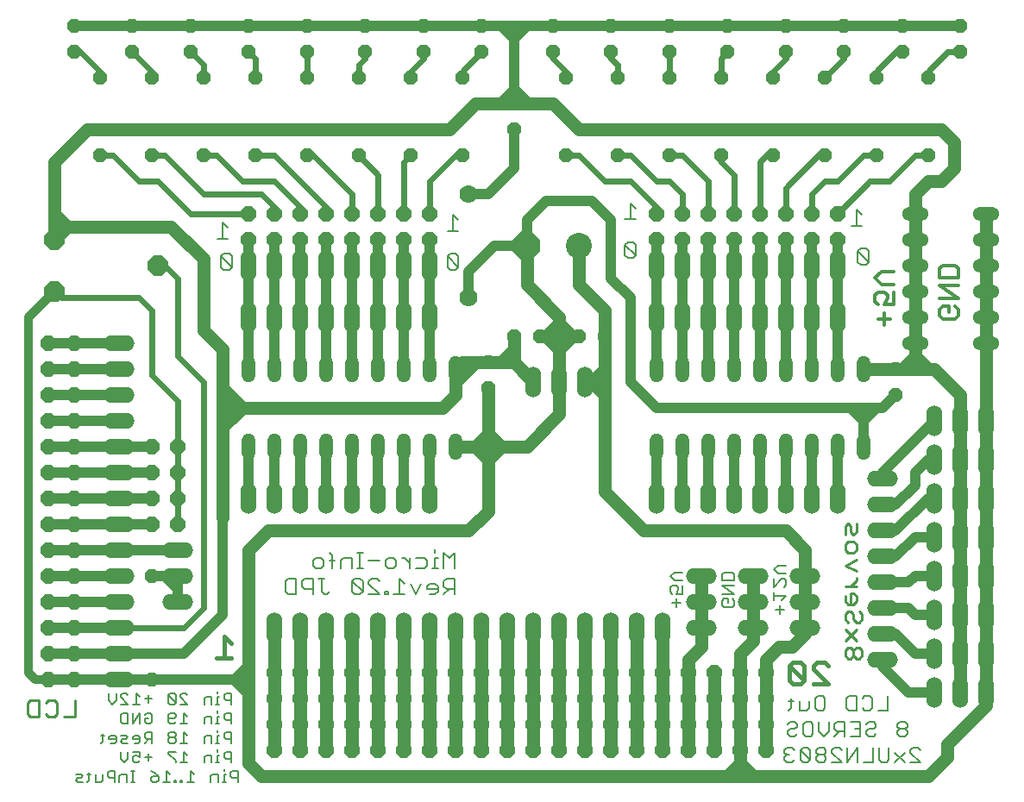
<source format=gbr>
G75*
G70*
%OFA0B0*%
%FSLAX24Y24*%
%IPPOS*%
%LPD*%
%AMOC8*
5,1,8,0,0,1.08239X$1,22.5*
%
%ADD10C,0.0150*%
%ADD11C,0.0080*%
%ADD12C,0.0130*%
%ADD13C,0.0070*%
%ADD14C,0.0110*%
%ADD15OC8,0.0600*%
%ADD16O,0.0600X0.1200*%
%ADD17OC8,0.0520*%
%ADD18O,0.0520X0.1040*%
%ADD19C,0.0700*%
%ADD20O,0.1200X0.0600*%
%ADD21OC8,0.0780*%
%ADD22C,0.1000*%
%ADD23OC8,0.1000*%
%ADD24O,0.1040X0.0520*%
%ADD25C,0.0500*%
%ADD26C,0.0400*%
%ADD27C,0.0320*%
%ADD28C,0.0240*%
D10*
X010619Y007663D02*
X011186Y007663D01*
X010902Y007663D02*
X010902Y008514D01*
X011186Y008230D01*
X032744Y007372D02*
X032744Y006805D01*
X032886Y006663D01*
X033169Y006663D01*
X033311Y006805D01*
X032744Y007372D01*
X032886Y007514D01*
X033169Y007514D01*
X033311Y007372D01*
X033311Y006805D01*
X033665Y006663D02*
X034232Y006663D01*
X033665Y007230D01*
X033665Y007372D01*
X033806Y007514D01*
X034090Y007514D01*
X034232Y007372D01*
D11*
X005231Y003018D02*
X005160Y002948D01*
X005231Y002878D01*
X005441Y002878D01*
X005371Y003018D02*
X005441Y003088D01*
X005371Y003159D01*
X005160Y003159D01*
X005231Y003018D02*
X005371Y003018D01*
X005607Y002878D02*
X005678Y002948D01*
X005678Y003229D01*
X005748Y003159D02*
X005607Y003159D01*
X005928Y003159D02*
X005928Y002878D01*
X006138Y002878D01*
X006208Y002948D01*
X006208Y003159D01*
X006388Y003229D02*
X006388Y003088D01*
X006458Y003018D01*
X006668Y003018D01*
X006668Y002878D02*
X006668Y003299D01*
X006458Y003299D01*
X006388Y003229D01*
X006848Y003088D02*
X006848Y002878D01*
X006848Y003088D02*
X006919Y003159D01*
X007129Y003159D01*
X007129Y002878D01*
X007295Y002878D02*
X007436Y002878D01*
X007366Y002878D02*
X007366Y003299D01*
X007436Y003299D02*
X007295Y003299D01*
X007436Y003628D02*
X007576Y003628D01*
X007646Y003698D01*
X007646Y003838D02*
X007506Y003909D01*
X007436Y003909D01*
X007366Y003838D01*
X007366Y003698D01*
X007436Y003628D01*
X007186Y003768D02*
X007186Y004049D01*
X007366Y004049D02*
X007646Y004049D01*
X007646Y003838D01*
X007826Y003838D02*
X008106Y003838D01*
X007966Y003698D02*
X007966Y003979D01*
X007826Y004378D02*
X007966Y004518D01*
X007896Y004518D02*
X008106Y004518D01*
X008106Y004378D02*
X008106Y004799D01*
X007896Y004799D01*
X007826Y004729D01*
X007826Y004588D01*
X007896Y004518D01*
X007646Y004518D02*
X007366Y004518D01*
X007366Y004588D01*
X007436Y004659D01*
X007576Y004659D01*
X007646Y004588D01*
X007646Y004448D01*
X007576Y004378D01*
X007436Y004378D01*
X007186Y004378D02*
X006975Y004378D01*
X006905Y004448D01*
X006975Y004518D01*
X007115Y004518D01*
X007186Y004588D01*
X007115Y004659D01*
X006905Y004659D01*
X006725Y004588D02*
X006725Y004448D01*
X006655Y004378D01*
X006515Y004378D01*
X006445Y004518D02*
X006725Y004518D01*
X006725Y004588D02*
X006655Y004659D01*
X006515Y004659D01*
X006445Y004588D01*
X006445Y004518D01*
X006265Y004659D02*
X006125Y004659D01*
X006195Y004729D02*
X006195Y004448D01*
X006125Y004378D01*
X006905Y004049D02*
X006905Y003768D01*
X007045Y003628D01*
X007186Y003768D01*
X008076Y003299D02*
X008216Y003229D01*
X008356Y003088D01*
X008146Y003088D01*
X008076Y003018D01*
X008076Y002948D01*
X008146Y002878D01*
X008286Y002878D01*
X008356Y002948D01*
X008356Y003088D01*
X008536Y002878D02*
X008817Y002878D01*
X008676Y002878D02*
X008676Y003299D01*
X008817Y003159D01*
X008977Y002948D02*
X008977Y002878D01*
X009047Y002878D01*
X009047Y002948D01*
X008977Y002948D01*
X009207Y002948D02*
X009207Y002878D01*
X009277Y002878D01*
X009277Y002948D01*
X009207Y002948D01*
X009457Y002878D02*
X009737Y002878D01*
X009597Y002878D02*
X009597Y003299D01*
X009737Y003159D01*
X009487Y003628D02*
X009207Y003628D01*
X009347Y003628D02*
X009347Y004049D01*
X009487Y003909D01*
X009487Y004378D02*
X009207Y004378D01*
X009347Y004378D02*
X009347Y004799D01*
X009487Y004659D01*
X009027Y004659D02*
X009027Y004729D01*
X008957Y004799D01*
X008817Y004799D01*
X008747Y004729D01*
X008747Y004659D01*
X008817Y004588D01*
X008957Y004588D01*
X009027Y004659D01*
X008957Y004588D02*
X009027Y004518D01*
X009027Y004448D01*
X008957Y004378D01*
X008817Y004378D01*
X008747Y004448D01*
X008747Y004518D01*
X008817Y004588D01*
X008817Y005128D02*
X008747Y005198D01*
X008747Y005479D01*
X008817Y005549D01*
X008957Y005549D01*
X009027Y005479D01*
X009027Y005409D01*
X008957Y005338D01*
X008747Y005338D01*
X008817Y005128D02*
X008957Y005128D01*
X009027Y005198D01*
X009207Y005128D02*
X009487Y005128D01*
X009347Y005128D02*
X009347Y005549D01*
X009487Y005409D01*
X010128Y005338D02*
X010128Y005128D01*
X010128Y005338D02*
X010198Y005409D01*
X010408Y005409D01*
X010408Y005128D01*
X010575Y005128D02*
X010715Y005128D01*
X010645Y005128D02*
X010645Y005409D01*
X010715Y005409D01*
X010645Y005549D02*
X010645Y005619D01*
X010645Y005878D02*
X010645Y006159D01*
X010715Y006159D01*
X010645Y006299D02*
X010645Y006369D01*
X010895Y006229D02*
X010895Y006088D01*
X010965Y006018D01*
X011175Y006018D01*
X011175Y005878D02*
X011175Y006299D01*
X010965Y006299D01*
X010895Y006229D01*
X010715Y005878D02*
X010575Y005878D01*
X010408Y005878D02*
X010408Y006159D01*
X010198Y006159D01*
X010128Y006088D01*
X010128Y005878D01*
X009487Y005878D02*
X009207Y006159D01*
X009207Y006229D01*
X009277Y006299D01*
X009417Y006299D01*
X009487Y006229D01*
X009487Y005878D02*
X009207Y005878D01*
X009027Y005948D02*
X008747Y006229D01*
X008747Y005948D01*
X008817Y005878D01*
X008957Y005878D01*
X009027Y005948D01*
X009027Y006229D01*
X008957Y006299D01*
X008817Y006299D01*
X008747Y006229D01*
X008106Y006088D02*
X007826Y006088D01*
X007646Y006159D02*
X007506Y006299D01*
X007506Y005878D01*
X007646Y005878D02*
X007366Y005878D01*
X007186Y005878D02*
X006905Y006159D01*
X006905Y006229D01*
X006975Y006299D01*
X007115Y006299D01*
X007186Y006229D01*
X007186Y005878D02*
X006905Y005878D01*
X006725Y006018D02*
X006725Y006299D01*
X006445Y006299D02*
X006445Y006018D01*
X006585Y005878D01*
X006725Y006018D01*
X006975Y005549D02*
X007186Y005549D01*
X007186Y005128D01*
X006975Y005128D01*
X006905Y005198D01*
X006905Y005479D01*
X006975Y005549D01*
X007366Y005549D02*
X007366Y005128D01*
X007646Y005549D01*
X007646Y005128D01*
X007826Y005198D02*
X007826Y005338D01*
X007966Y005338D01*
X007826Y005198D02*
X007896Y005128D01*
X008036Y005128D01*
X008106Y005198D01*
X008106Y005479D01*
X008036Y005549D01*
X007896Y005549D01*
X007826Y005479D01*
X007966Y005948D02*
X007966Y006229D01*
X010128Y004588D02*
X010128Y004378D01*
X010128Y004588D02*
X010198Y004659D01*
X010408Y004659D01*
X010408Y004378D01*
X010575Y004378D02*
X010715Y004378D01*
X010645Y004378D02*
X010645Y004659D01*
X010715Y004659D01*
X010645Y004799D02*
X010645Y004869D01*
X010895Y004729D02*
X010895Y004588D01*
X010965Y004518D01*
X011175Y004518D01*
X011175Y004378D02*
X011175Y004799D01*
X010965Y004799D01*
X010895Y004729D01*
X011175Y005128D02*
X011175Y005549D01*
X010965Y005549D01*
X010895Y005479D01*
X010895Y005338D01*
X010965Y005268D01*
X011175Y005268D01*
X011175Y004049D02*
X010965Y004049D01*
X010895Y003979D01*
X010895Y003838D01*
X010965Y003768D01*
X011175Y003768D01*
X011175Y003628D02*
X011175Y004049D01*
X010715Y003909D02*
X010645Y003909D01*
X010645Y003628D01*
X010715Y003628D02*
X010575Y003628D01*
X010408Y003628D02*
X010408Y003909D01*
X010198Y003909D01*
X010128Y003838D01*
X010128Y003628D01*
X010448Y003159D02*
X010378Y003088D01*
X010378Y002878D01*
X010658Y002878D02*
X010658Y003159D01*
X010448Y003159D01*
X010895Y003159D02*
X010895Y002878D01*
X010965Y002878D02*
X010825Y002878D01*
X010895Y003159D02*
X010965Y003159D01*
X010895Y003299D02*
X010895Y003369D01*
X011145Y003229D02*
X011145Y003088D01*
X011215Y003018D01*
X011425Y003018D01*
X011425Y002878D02*
X011425Y003299D01*
X011215Y003299D01*
X011145Y003229D01*
X010645Y004049D02*
X010645Y004119D01*
X009027Y004049D02*
X008747Y004049D01*
X008747Y003979D01*
X009027Y003698D01*
X009027Y003628D01*
X013367Y010128D02*
X013264Y010232D01*
X013264Y010645D01*
X013367Y010749D01*
X013677Y010749D01*
X013677Y010128D01*
X013367Y010128D01*
X013908Y010439D02*
X014012Y010335D01*
X014322Y010335D01*
X014322Y010128D02*
X014322Y010749D01*
X014012Y010749D01*
X013908Y010645D01*
X013908Y010439D01*
X014553Y010749D02*
X014759Y010749D01*
X014656Y010749D02*
X014656Y010232D01*
X014759Y010128D01*
X014863Y010128D01*
X014966Y010232D01*
X015842Y010232D02*
X015945Y010128D01*
X016152Y010128D01*
X016255Y010232D01*
X015842Y010645D01*
X015842Y010232D01*
X015842Y010645D02*
X015945Y010749D01*
X016152Y010749D01*
X016255Y010645D01*
X016255Y010232D01*
X016486Y010128D02*
X016900Y010128D01*
X016486Y010542D01*
X016486Y010645D01*
X016590Y010749D01*
X016796Y010749D01*
X016900Y010645D01*
X017119Y010232D02*
X017119Y010128D01*
X017222Y010128D01*
X017222Y010232D01*
X017119Y010232D01*
X017453Y010128D02*
X017867Y010128D01*
X017660Y010128D02*
X017660Y010749D01*
X017867Y010542D01*
X018098Y010542D02*
X018304Y010128D01*
X018511Y010542D01*
X018742Y010439D02*
X018742Y010335D01*
X019156Y010335D01*
X019156Y010232D02*
X019156Y010439D01*
X019052Y010542D01*
X018845Y010542D01*
X018742Y010439D01*
X018845Y010128D02*
X019052Y010128D01*
X019156Y010232D01*
X019387Y010128D02*
X019593Y010335D01*
X019490Y010335D02*
X019800Y010335D01*
X019800Y010128D02*
X019800Y010749D01*
X019490Y010749D01*
X019387Y010645D01*
X019387Y010439D01*
X019490Y010335D01*
X019387Y011128D02*
X019387Y011749D01*
X019593Y011542D01*
X019800Y011749D01*
X019800Y011128D01*
X019156Y011128D02*
X018949Y011128D01*
X019052Y011128D02*
X019052Y011542D01*
X019156Y011542D01*
X019052Y011749D02*
X019052Y011852D01*
X018726Y011439D02*
X018726Y011232D01*
X018623Y011128D01*
X018312Y011128D01*
X018081Y011128D02*
X018081Y011542D01*
X017875Y011542D02*
X018081Y011335D01*
X017875Y011542D02*
X017771Y011542D01*
X017544Y011439D02*
X017544Y011232D01*
X017441Y011128D01*
X017234Y011128D01*
X017131Y011232D01*
X017131Y011439D01*
X017234Y011542D01*
X017441Y011542D01*
X017544Y011439D01*
X016900Y011439D02*
X016486Y011439D01*
X016255Y011749D02*
X016049Y011749D01*
X016152Y011749D02*
X016152Y011128D01*
X016255Y011128D02*
X016049Y011128D01*
X015826Y011128D02*
X015826Y011542D01*
X015515Y011542D01*
X015412Y011439D01*
X015412Y011128D01*
X015078Y011128D02*
X015078Y011645D01*
X014974Y011749D01*
X014974Y011439D02*
X015181Y011439D01*
X014751Y011439D02*
X014751Y011232D01*
X014648Y011128D01*
X014441Y011128D01*
X014338Y011232D01*
X014338Y011439D01*
X014441Y011542D01*
X014648Y011542D01*
X014751Y011439D01*
X018312Y011542D02*
X018623Y011542D01*
X018726Y011439D01*
X019635Y022678D02*
X019841Y022678D01*
X019945Y022782D01*
X019531Y023195D01*
X019531Y022782D01*
X019635Y022678D01*
X019945Y022782D02*
X019945Y023195D01*
X019841Y023299D01*
X019635Y023299D01*
X019531Y023195D01*
X019531Y024178D02*
X019945Y024178D01*
X019738Y024178D02*
X019738Y024799D01*
X019945Y024592D01*
X026387Y024628D02*
X026800Y024628D01*
X026593Y024628D02*
X026593Y025249D01*
X026800Y025042D01*
X026697Y023749D02*
X026490Y023749D01*
X026387Y023645D01*
X026800Y023232D01*
X026697Y023128D01*
X026490Y023128D01*
X026387Y023232D01*
X026387Y023645D01*
X026697Y023749D02*
X026800Y023645D01*
X026800Y023232D01*
X035137Y024378D02*
X035550Y024378D01*
X035343Y024378D02*
X035343Y024999D01*
X035550Y024792D01*
X035490Y023499D02*
X035387Y023395D01*
X035800Y022982D01*
X035697Y022878D01*
X035490Y022878D01*
X035387Y022982D01*
X035387Y023395D01*
X035490Y023499D02*
X035697Y023499D01*
X035800Y023395D01*
X035800Y022982D01*
X035846Y006209D02*
X035943Y006112D01*
X035943Y005725D01*
X035846Y005628D01*
X035652Y005628D01*
X035556Y005725D01*
X035335Y005628D02*
X035045Y005628D01*
X034948Y005725D01*
X034948Y006112D01*
X035045Y006209D01*
X035335Y006209D01*
X035335Y005628D01*
X035477Y005209D02*
X035090Y005209D01*
X034869Y005209D02*
X034579Y005209D01*
X034482Y005112D01*
X034482Y004919D01*
X034579Y004822D01*
X034869Y004822D01*
X034676Y004822D02*
X034482Y004628D01*
X034262Y004822D02*
X034068Y004628D01*
X033875Y004822D01*
X033875Y005209D01*
X033654Y005112D02*
X033654Y004725D01*
X033557Y004628D01*
X033364Y004628D01*
X033267Y004725D01*
X033267Y005112D01*
X033364Y005209D01*
X033557Y005209D01*
X033654Y005112D01*
X033046Y005112D02*
X033046Y005015D01*
X032949Y004919D01*
X032756Y004919D01*
X032659Y004822D01*
X032659Y004725D01*
X032756Y004628D01*
X032949Y004628D01*
X033046Y004725D01*
X033046Y005112D02*
X032949Y005209D01*
X032756Y005209D01*
X032659Y005112D01*
X032710Y005628D02*
X032807Y005725D01*
X032807Y006112D01*
X032904Y006015D02*
X032710Y006015D01*
X033125Y006015D02*
X033125Y005628D01*
X033415Y005628D01*
X033512Y005725D01*
X033512Y006015D01*
X033732Y006112D02*
X033829Y006209D01*
X034023Y006209D01*
X034119Y006112D01*
X034119Y005725D01*
X034023Y005628D01*
X033829Y005628D01*
X033732Y005725D01*
X033732Y006112D01*
X034262Y005209D02*
X034262Y004822D01*
X034057Y004209D02*
X033864Y004209D01*
X033767Y004112D01*
X033767Y004015D01*
X033864Y003919D01*
X034057Y003919D01*
X034154Y004015D01*
X034154Y004112D01*
X034057Y004209D01*
X034057Y003919D02*
X034154Y003822D01*
X034154Y003725D01*
X034057Y003628D01*
X033864Y003628D01*
X033767Y003725D01*
X033767Y003822D01*
X033864Y003919D01*
X033546Y004112D02*
X033546Y003725D01*
X033159Y004112D01*
X033159Y003725D01*
X033256Y003628D01*
X033449Y003628D01*
X033546Y003725D01*
X033546Y004112D02*
X033449Y004209D01*
X033256Y004209D01*
X033159Y004112D01*
X032939Y004112D02*
X032842Y004209D01*
X032648Y004209D01*
X032552Y004112D01*
X032552Y004015D01*
X032648Y003919D01*
X032552Y003822D01*
X032552Y003725D01*
X032648Y003628D01*
X032842Y003628D01*
X032939Y003725D01*
X032745Y003919D02*
X032648Y003919D01*
X034375Y004015D02*
X034375Y004112D01*
X034471Y004209D01*
X034665Y004209D01*
X034762Y004112D01*
X034982Y004209D02*
X034982Y003628D01*
X035369Y004209D01*
X035369Y003628D01*
X035590Y003628D02*
X035977Y003628D01*
X035977Y004209D01*
X036198Y004209D02*
X036198Y003725D01*
X036295Y003628D01*
X036488Y003628D01*
X036585Y003725D01*
X036585Y004209D01*
X036806Y004015D02*
X037193Y003628D01*
X037413Y003628D02*
X037800Y003628D01*
X037413Y004015D01*
X037413Y004112D01*
X037510Y004209D01*
X037704Y004209D01*
X037800Y004112D01*
X037193Y004015D02*
X036806Y003628D01*
X037010Y004628D02*
X037204Y004628D01*
X037300Y004725D01*
X037300Y004822D01*
X037204Y004919D01*
X037010Y004919D01*
X036913Y004822D01*
X036913Y004725D01*
X037010Y004628D01*
X037010Y004919D02*
X036913Y005015D01*
X036913Y005112D01*
X037010Y005209D01*
X037204Y005209D01*
X037300Y005112D01*
X037300Y005015D01*
X037204Y004919D01*
X036550Y005628D02*
X036163Y005628D01*
X036550Y005628D02*
X036550Y006209D01*
X035846Y006209D02*
X035652Y006209D01*
X035556Y006112D01*
X035477Y005209D02*
X035477Y004628D01*
X035090Y004628D01*
X034869Y004628D02*
X034869Y005209D01*
X035284Y004919D02*
X035477Y004919D01*
X035698Y004822D02*
X035698Y004725D01*
X035795Y004628D01*
X035988Y004628D01*
X036085Y004725D01*
X035988Y004919D02*
X035795Y004919D01*
X035698Y004822D01*
X035698Y005112D02*
X035795Y005209D01*
X035988Y005209D01*
X036085Y005112D01*
X036085Y005015D01*
X035988Y004919D01*
X034762Y003628D02*
X034375Y004015D01*
X034375Y003628D02*
X034762Y003628D01*
X011195Y022782D02*
X010781Y023195D01*
X010781Y022782D01*
X010885Y022678D01*
X011091Y022678D01*
X011195Y022782D01*
X011195Y023195D01*
X011091Y023299D01*
X010885Y023299D01*
X010781Y023195D01*
X010843Y023878D02*
X010843Y024499D01*
X011050Y024292D01*
X011050Y023878D02*
X010637Y023878D01*
D12*
X036045Y022355D02*
X036289Y022598D01*
X036776Y022598D01*
X036776Y022111D02*
X036289Y022111D01*
X036045Y022355D01*
X036167Y021807D02*
X036045Y021685D01*
X036045Y021441D01*
X036167Y021319D01*
X036411Y021319D02*
X036532Y021563D01*
X036532Y021685D01*
X036411Y021807D01*
X036167Y021807D01*
X036776Y021807D02*
X036776Y021319D01*
X036411Y021319D01*
X036411Y021015D02*
X036411Y020528D01*
X036654Y020771D02*
X036167Y020771D01*
X038545Y020899D02*
X038545Y021143D01*
X038667Y021265D01*
X038911Y021265D01*
X038911Y021021D01*
X039154Y020778D02*
X038667Y020778D01*
X038545Y020899D01*
X039154Y020778D02*
X039276Y020899D01*
X039276Y021143D01*
X039154Y021265D01*
X039276Y021569D02*
X038545Y022057D01*
X039276Y022057D01*
X039276Y022361D02*
X039276Y022727D01*
X039154Y022848D01*
X038667Y022848D01*
X038545Y022727D01*
X038545Y022361D01*
X039276Y022361D01*
X039276Y021569D02*
X038545Y021569D01*
D13*
X032616Y011247D02*
X032289Y011247D01*
X032125Y011084D01*
X032289Y010920D01*
X032616Y010920D01*
X032534Y010731D02*
X032616Y010650D01*
X032616Y010486D01*
X032534Y010405D01*
X032534Y010731D02*
X032452Y010731D01*
X032125Y010405D01*
X032125Y010731D01*
X032125Y010216D02*
X032125Y009889D01*
X032125Y010052D02*
X032616Y010052D01*
X032452Y009889D01*
X032370Y009700D02*
X032370Y009373D01*
X032534Y009537D02*
X032207Y009537D01*
X030616Y009705D02*
X030534Y009623D01*
X030207Y009623D01*
X030125Y009705D01*
X030125Y009868D01*
X030207Y009950D01*
X030370Y009950D01*
X030370Y009787D01*
X030534Y009950D02*
X030616Y009868D01*
X030616Y009705D01*
X030616Y010139D02*
X030125Y010139D01*
X030125Y010466D02*
X030616Y010466D01*
X030616Y010655D02*
X030616Y010900D01*
X030534Y010981D01*
X030207Y010981D01*
X030125Y010900D01*
X030125Y010655D01*
X030616Y010655D01*
X030616Y010139D02*
X030125Y010466D01*
X028616Y010466D02*
X028616Y010139D01*
X028370Y010139D01*
X028452Y010302D01*
X028452Y010384D01*
X028370Y010466D01*
X028207Y010466D01*
X028125Y010384D01*
X028125Y010221D01*
X028207Y010139D01*
X028370Y009950D02*
X028370Y009623D01*
X028534Y009787D02*
X028207Y009787D01*
X028289Y010655D02*
X028125Y010818D01*
X028289Y010981D01*
X028616Y010981D01*
X028616Y010655D02*
X028289Y010655D01*
D14*
X034895Y010442D02*
X035329Y010442D01*
X035112Y010442D02*
X035329Y010659D01*
X035329Y010768D01*
X035329Y011025D02*
X034895Y011242D01*
X035329Y011459D01*
X035221Y011725D02*
X035004Y011725D01*
X034895Y011834D01*
X034895Y012051D01*
X035004Y012159D01*
X035221Y012159D01*
X035329Y012051D01*
X035329Y011834D01*
X035221Y011725D01*
X035221Y012425D02*
X035329Y012533D01*
X035329Y012859D01*
X035112Y012750D02*
X035112Y012533D01*
X035221Y012425D01*
X034895Y012425D02*
X034895Y012750D01*
X035004Y012859D01*
X035112Y012750D01*
X035112Y010176D02*
X035112Y009743D01*
X035004Y009743D02*
X035221Y009743D01*
X035329Y009851D01*
X035329Y010068D01*
X035221Y010176D01*
X035112Y010176D01*
X034895Y010068D02*
X034895Y009851D01*
X035004Y009743D01*
X035004Y009476D02*
X034895Y009368D01*
X034895Y009151D01*
X035004Y009043D01*
X035221Y009151D02*
X035221Y009368D01*
X035112Y009476D01*
X035004Y009476D01*
X035221Y009151D02*
X035329Y009043D01*
X035437Y009043D01*
X035546Y009151D01*
X035546Y009368D01*
X035437Y009476D01*
X035329Y008777D02*
X034895Y008343D01*
X035004Y008077D02*
X034895Y007969D01*
X034895Y007752D01*
X035004Y007643D01*
X035112Y007643D01*
X035221Y007752D01*
X035221Y007969D01*
X035112Y008077D01*
X035004Y008077D01*
X035221Y007969D02*
X035329Y008077D01*
X035437Y008077D01*
X035546Y007969D01*
X035546Y007752D01*
X035437Y007643D01*
X035329Y007643D01*
X035221Y007752D01*
X035329Y008343D02*
X034895Y008777D01*
X005135Y006034D02*
X005135Y005383D01*
X004701Y005383D01*
X004435Y005492D02*
X004326Y005383D01*
X004110Y005383D01*
X004001Y005492D01*
X003735Y005383D02*
X003410Y005383D01*
X003301Y005492D01*
X003301Y005925D01*
X003410Y006034D01*
X003735Y006034D01*
X003735Y005383D01*
X004001Y005925D02*
X004110Y006034D01*
X004326Y006034D01*
X004435Y005925D01*
X004435Y005492D01*
D15*
X004090Y006838D03*
X005090Y006838D03*
X005090Y007838D03*
X004090Y007838D03*
X004090Y008838D03*
X005090Y008838D03*
X005090Y009838D03*
X004090Y009838D03*
X004090Y010838D03*
X005090Y010838D03*
X005090Y011838D03*
X004090Y011838D03*
X004090Y012838D03*
X005090Y012838D03*
X005090Y013838D03*
X004090Y013838D03*
X004090Y014838D03*
X005090Y014838D03*
X005090Y015838D03*
X004090Y015838D03*
X004090Y016838D03*
X005090Y016838D03*
X005090Y017838D03*
X004090Y017838D03*
X004090Y018838D03*
X005090Y018838D03*
X005090Y019838D03*
X004090Y019838D03*
X008090Y015838D03*
X008090Y014838D03*
X008090Y013838D03*
X008090Y012838D03*
X009090Y012838D03*
X009090Y013838D03*
X009090Y014838D03*
X009090Y015838D03*
X011840Y023838D03*
X012840Y023838D03*
X012840Y024838D03*
X011840Y024838D03*
X013840Y024838D03*
X013840Y023838D03*
X014840Y023838D03*
X015840Y023838D03*
X015840Y024838D03*
X014840Y024838D03*
X016840Y024838D03*
X016840Y023838D03*
X017840Y023838D03*
X018840Y023838D03*
X018840Y024838D03*
X017840Y024838D03*
X027590Y024838D03*
X027590Y023838D03*
X028590Y023838D03*
X028590Y024838D03*
X029590Y024838D03*
X029590Y023838D03*
X030590Y023838D03*
X031590Y023838D03*
X031590Y024838D03*
X030590Y024838D03*
X032590Y024838D03*
X032590Y023838D03*
X033590Y023838D03*
X034590Y023838D03*
X034590Y024838D03*
X033590Y024838D03*
X031840Y007088D03*
X031840Y006088D03*
X031840Y005088D03*
X031840Y004088D03*
X030840Y004088D03*
X029840Y004088D03*
X028840Y004088D03*
X027840Y004088D03*
X026840Y004088D03*
X025840Y004088D03*
X024840Y004088D03*
X023840Y004088D03*
X022840Y004088D03*
X021840Y004088D03*
X020840Y004088D03*
X019840Y004088D03*
X018840Y004088D03*
X017840Y004088D03*
X016840Y004088D03*
X015840Y004088D03*
X014840Y004088D03*
X013840Y004088D03*
X012840Y004088D03*
X012840Y005088D03*
X013840Y005088D03*
X014840Y005088D03*
X015840Y005088D03*
X016840Y005088D03*
X017840Y005088D03*
X018840Y005088D03*
X019840Y005088D03*
X020840Y005088D03*
X021840Y005088D03*
X022840Y005088D03*
X023840Y005088D03*
X024840Y005088D03*
X025840Y005088D03*
X026840Y005088D03*
X027840Y005088D03*
X028840Y005088D03*
X029840Y005088D03*
X030840Y005088D03*
X030840Y006088D03*
X029840Y006088D03*
X028840Y006088D03*
X027840Y006088D03*
X026840Y006088D03*
X025840Y006088D03*
X024840Y006088D03*
X023840Y006088D03*
X022840Y006088D03*
X021840Y006088D03*
X020840Y006088D03*
X019840Y006088D03*
X018840Y006088D03*
X017840Y006088D03*
X016840Y006088D03*
X015840Y006088D03*
X014840Y006088D03*
X013840Y006088D03*
X012840Y006088D03*
X012840Y007088D03*
X013840Y007088D03*
X014840Y007088D03*
X015840Y007088D03*
X016840Y007088D03*
X017840Y007088D03*
X018840Y007088D03*
X019840Y007088D03*
X020840Y007088D03*
X021840Y007088D03*
X022840Y007088D03*
X023840Y007088D03*
X024840Y007088D03*
X025840Y007088D03*
X026840Y007088D03*
X027840Y007088D03*
X028840Y007088D03*
X029840Y007088D03*
X030840Y007088D03*
D16*
X027840Y008838D03*
X026840Y008838D03*
X025840Y008838D03*
X024840Y008838D03*
X023840Y008838D03*
X022840Y008838D03*
X021840Y008838D03*
X020840Y008838D03*
X019840Y008838D03*
X018840Y008838D03*
X017840Y008838D03*
X016840Y008838D03*
X015840Y008838D03*
X014840Y008838D03*
X013840Y008838D03*
X012840Y008838D03*
X012840Y013838D03*
X011840Y013838D03*
X013840Y013838D03*
X014840Y013838D03*
X015840Y013838D03*
X016840Y013838D03*
X017840Y013838D03*
X018840Y013838D03*
X022840Y018338D03*
X023840Y018338D03*
X024840Y018338D03*
X027590Y020838D03*
X028590Y020838D03*
X029590Y020838D03*
X030590Y020838D03*
X031590Y020838D03*
X032590Y020838D03*
X033590Y020838D03*
X034590Y020838D03*
X034590Y022838D03*
X033590Y022838D03*
X032590Y022838D03*
X031590Y022838D03*
X030590Y022838D03*
X029590Y022838D03*
X028590Y022838D03*
X027590Y022838D03*
X018840Y022838D03*
X017840Y022838D03*
X016840Y022838D03*
X015840Y022838D03*
X014840Y022838D03*
X013840Y022838D03*
X012840Y022838D03*
X011840Y022838D03*
X011840Y020838D03*
X012840Y020838D03*
X013840Y020838D03*
X014840Y020838D03*
X015840Y020838D03*
X016840Y020838D03*
X017840Y020838D03*
X018840Y020838D03*
X027590Y013838D03*
X028590Y013838D03*
X029590Y013838D03*
X030590Y013838D03*
X031590Y013838D03*
X032590Y013838D03*
X033590Y013838D03*
X034590Y013838D03*
X038340Y013838D03*
X039340Y013838D03*
X040340Y013838D03*
X040340Y015338D03*
X039340Y015338D03*
X038340Y015338D03*
X038340Y016838D03*
X039340Y016838D03*
X040340Y016838D03*
X040340Y012338D03*
X039340Y012338D03*
X038340Y012338D03*
X038340Y010838D03*
X039340Y010838D03*
X040340Y010838D03*
X040340Y009338D03*
X039340Y009338D03*
X038340Y009338D03*
X038340Y007838D03*
X039340Y007838D03*
X040340Y007838D03*
X040340Y006338D03*
X039340Y006338D03*
X038340Y006338D03*
D17*
X036840Y017838D03*
X036840Y018838D03*
X036090Y027088D03*
X038090Y027088D03*
X038090Y030088D03*
X037090Y031088D03*
X037090Y032088D03*
X036090Y030088D03*
X034840Y031088D03*
X034840Y032088D03*
X034090Y030088D03*
X032590Y031088D03*
X032590Y032088D03*
X032090Y030088D03*
X030090Y030088D03*
X030340Y031088D03*
X030340Y032088D03*
X028090Y032088D03*
X028090Y031088D03*
X028090Y030088D03*
X026090Y030088D03*
X025840Y031088D03*
X025840Y032088D03*
X023590Y032088D03*
X023590Y031088D03*
X024090Y030088D03*
X022090Y029088D03*
X022090Y028088D03*
X020090Y027088D03*
X018090Y027088D03*
X016090Y027088D03*
X014090Y027088D03*
X012090Y027088D03*
X010090Y027088D03*
X008090Y027088D03*
X006090Y027088D03*
X006090Y030088D03*
X005090Y031088D03*
X005090Y032088D03*
X007340Y032088D03*
X007340Y031088D03*
X008090Y030088D03*
X009590Y031088D03*
X009590Y032088D03*
X010090Y030088D03*
X011840Y031088D03*
X011840Y032088D03*
X012090Y030088D03*
X014090Y030088D03*
X014090Y031088D03*
X014090Y032088D03*
X016090Y030088D03*
X016340Y031088D03*
X016340Y032088D03*
X018590Y032088D03*
X018590Y031088D03*
X018090Y030088D03*
X020090Y030088D03*
X020840Y031088D03*
X020840Y032088D03*
X024090Y027088D03*
X026090Y027088D03*
X028090Y027088D03*
X030090Y027088D03*
X032090Y027088D03*
X034090Y027088D03*
X039340Y031088D03*
X039340Y032088D03*
X025590Y020088D03*
X024590Y020088D03*
X023090Y020088D03*
X022090Y020088D03*
X021090Y019088D03*
X021090Y018088D03*
X008090Y010838D03*
X008090Y006838D03*
D18*
X011840Y015838D03*
X012840Y015838D03*
X013840Y015838D03*
X014840Y015838D03*
X015840Y015838D03*
X016840Y015838D03*
X017840Y015838D03*
X018840Y015838D03*
X019840Y015838D03*
X019840Y018838D03*
X018840Y018838D03*
X017840Y018838D03*
X016840Y018838D03*
X015840Y018838D03*
X014840Y018838D03*
X013840Y018838D03*
X012840Y018838D03*
X011840Y018838D03*
X027590Y018838D03*
X028590Y018838D03*
X029590Y018838D03*
X030590Y018838D03*
X031590Y018838D03*
X032590Y018838D03*
X033590Y018838D03*
X034590Y018838D03*
X035590Y018838D03*
X035590Y015838D03*
X034590Y015838D03*
X033590Y015838D03*
X032590Y015838D03*
X031590Y015838D03*
X030590Y015838D03*
X029590Y015838D03*
X028590Y015838D03*
X027590Y015838D03*
D19*
X020340Y021588D03*
X020340Y025588D03*
D20*
X006840Y019838D03*
X006840Y018838D03*
X006840Y017838D03*
X006840Y016838D03*
X006840Y015838D03*
X006840Y014838D03*
X006840Y013838D03*
X006840Y012838D03*
X006840Y011838D03*
X006840Y010838D03*
X006840Y009838D03*
X006840Y008838D03*
X006840Y007838D03*
X006840Y006838D03*
X009090Y009838D03*
X009090Y010838D03*
X009090Y011838D03*
X029340Y010838D03*
X029340Y009838D03*
X029340Y008838D03*
X031340Y008838D03*
X031340Y009838D03*
X031340Y010838D03*
X033340Y010838D03*
X033340Y009838D03*
X033340Y008838D03*
X036340Y008588D03*
X036340Y007588D03*
X036340Y009588D03*
X036340Y010588D03*
X036340Y011588D03*
X036340Y012588D03*
X036340Y013588D03*
X036340Y014588D03*
D21*
X008340Y022838D03*
X004340Y021838D03*
X004340Y023838D03*
D22*
X024590Y023588D03*
D23*
X022590Y023588D03*
D24*
X037590Y023838D03*
X037590Y024838D03*
X037590Y022838D03*
X037590Y021838D03*
X037590Y020838D03*
X037590Y019838D03*
X040340Y019838D03*
X040340Y020838D03*
X040340Y021838D03*
X040340Y022838D03*
X040340Y023838D03*
X040340Y024838D03*
D25*
X040340Y023838D01*
X040340Y022838D01*
X040340Y021838D01*
X040340Y020838D01*
X040340Y019838D01*
X040340Y016838D01*
X040340Y015338D01*
X040340Y013838D01*
X040340Y012338D01*
X040340Y010838D01*
X040340Y009338D01*
X040340Y007838D01*
X040340Y006338D01*
X040340Y005838D01*
X038840Y004338D01*
X038840Y003838D01*
X038090Y003088D01*
X031340Y003088D01*
X030840Y003588D01*
X030340Y003088D01*
X030840Y003088D01*
X030840Y003588D01*
X030840Y004088D01*
X030840Y005088D01*
X030840Y006088D01*
X030840Y007088D01*
X030840Y007838D01*
X031340Y008338D01*
X031340Y008838D01*
X031340Y009838D01*
X031340Y010838D01*
X033340Y010838D02*
X033340Y009838D01*
X033340Y008838D01*
X033340Y008588D01*
X032840Y008088D01*
X032340Y008088D01*
X031840Y007588D01*
X031840Y007088D01*
X031840Y006088D01*
X031840Y005088D01*
X031840Y004088D01*
X031340Y003088D02*
X030840Y003088D01*
X030340Y003088D02*
X012340Y003088D01*
X011840Y003588D01*
X011840Y006338D01*
X011340Y006838D01*
X011840Y007338D01*
X011840Y011838D01*
X012590Y012588D01*
X020340Y012588D01*
X021090Y013338D01*
X021090Y015338D01*
X020590Y015838D01*
X021090Y016338D01*
X021590Y015838D01*
X021090Y015338D01*
X021090Y015838D01*
X021090Y016338D01*
X021090Y018088D01*
X021090Y019088D02*
X020590Y019088D01*
X019840Y018338D01*
X019840Y018838D01*
X020090Y019088D01*
X020590Y019088D01*
X021090Y019088D02*
X021590Y019088D01*
X022090Y019588D01*
X022090Y020088D01*
X022090Y019588D02*
X022090Y019088D01*
X021590Y019088D01*
X022090Y019088D02*
X022840Y018338D01*
X023840Y018338D02*
X023840Y019588D01*
X023340Y020088D01*
X023840Y020588D01*
X024340Y020088D01*
X023840Y019588D01*
X023840Y020088D01*
X023840Y020588D01*
X023840Y020838D01*
X022590Y022088D01*
X022590Y023088D01*
X022590Y023588D01*
X024590Y023588D02*
X024590Y022088D01*
X025590Y021088D01*
X025590Y020088D01*
X025590Y018838D01*
X025090Y018338D01*
X025590Y017838D01*
X025590Y018338D01*
X025590Y018838D01*
X025590Y018338D02*
X025090Y018338D01*
X024840Y018338D01*
X025590Y017838D02*
X025590Y017338D01*
X025590Y014088D01*
X027090Y012588D01*
X032590Y012588D01*
X033340Y011838D01*
X033340Y010838D01*
X029340Y010838D02*
X029340Y009838D01*
X029340Y008838D01*
X029340Y008088D01*
X028840Y007588D01*
X028840Y007088D01*
X028840Y006088D01*
X028840Y005088D01*
X028840Y004088D01*
X029840Y004088D02*
X029840Y005088D01*
X029840Y006088D01*
X029840Y007088D01*
X027840Y007088D02*
X027840Y008838D01*
X026840Y008838D02*
X026840Y007088D01*
X026840Y006088D01*
X026840Y005088D01*
X026840Y004088D01*
X025840Y004088D02*
X025840Y005088D01*
X025840Y006088D01*
X025840Y007088D01*
X025840Y008838D01*
X024840Y008838D02*
X024840Y007088D01*
X024840Y006088D01*
X024840Y005088D01*
X024840Y004088D01*
X023840Y004088D02*
X023840Y005088D01*
X023840Y006088D01*
X023840Y007088D01*
X023840Y008838D01*
X022840Y008838D02*
X022840Y007088D01*
X022840Y006088D01*
X022840Y005088D01*
X022840Y004088D01*
X021840Y004088D02*
X021840Y005088D01*
X021840Y006088D01*
X021840Y007088D01*
X021840Y008838D01*
X020840Y008838D02*
X020840Y007088D01*
X020840Y006088D01*
X020840Y005088D01*
X020840Y004088D01*
X019840Y004088D02*
X019840Y005088D01*
X019840Y006088D01*
X019840Y007088D01*
X019840Y008838D01*
X018840Y008838D02*
X018840Y007088D01*
X018840Y006088D01*
X018840Y005088D01*
X018840Y004088D01*
X017840Y004088D02*
X017840Y005088D01*
X017840Y006088D01*
X017840Y007088D01*
X017840Y008838D01*
X016840Y008838D02*
X016840Y007088D01*
X016840Y006088D01*
X016840Y005088D01*
X016840Y004088D01*
X015840Y004088D02*
X015840Y005088D01*
X015840Y006088D01*
X015840Y007088D01*
X015840Y008838D01*
X014840Y008838D02*
X014840Y007088D01*
X014840Y006088D01*
X014840Y005088D01*
X014840Y004088D01*
X013840Y004088D02*
X013840Y005088D01*
X013840Y006088D01*
X013840Y007088D01*
X013840Y008838D01*
X012840Y008838D02*
X012840Y007088D01*
X012840Y006088D01*
X012840Y005088D01*
X012840Y004088D01*
X011840Y006338D02*
X011840Y006838D01*
X011840Y007338D01*
X011840Y006838D02*
X011340Y006838D01*
X010840Y013088D02*
X010840Y016588D01*
X011590Y017338D01*
X010840Y018088D01*
X010840Y019588D01*
X010090Y020338D01*
X010090Y023088D01*
X008840Y024338D01*
X004840Y024338D01*
X004340Y024838D01*
X004340Y026838D01*
X005590Y028088D01*
X019590Y028088D01*
X020590Y029088D01*
X021590Y029088D01*
X022090Y029588D01*
X022590Y029088D01*
X023590Y029088D01*
X024590Y028088D01*
X038590Y028088D01*
X039090Y027588D01*
X039090Y026588D01*
X038590Y026088D01*
X038090Y026088D01*
X037590Y025588D01*
X037590Y024838D01*
X037590Y023838D01*
X037590Y022838D01*
X037590Y021838D01*
X037590Y020838D01*
X037590Y019838D01*
X037590Y019338D01*
X038090Y018838D01*
X038340Y018838D01*
X039340Y017838D01*
X039340Y016838D01*
X039340Y015338D01*
X039340Y013838D01*
X039340Y012338D01*
X039340Y010838D01*
X039340Y009338D01*
X039340Y007838D01*
X039340Y006338D01*
X027840Y006088D02*
X027840Y005088D01*
X027840Y004088D01*
X027840Y006088D02*
X027840Y007088D01*
X022590Y015838D02*
X021590Y015838D01*
X021090Y015838D01*
X020590Y015838D01*
X019840Y015838D01*
X019340Y017338D02*
X011590Y017338D01*
X010840Y017338D01*
X010840Y018088D01*
X010840Y017338D02*
X010840Y016588D01*
X019340Y017338D02*
X019840Y017838D01*
X019840Y018338D01*
X023090Y020088D02*
X023340Y020088D01*
X023840Y020088D01*
X024340Y020088D01*
X024590Y020088D01*
X023140Y020138D02*
X023090Y020088D01*
X023840Y018338D02*
X023840Y017088D01*
X022590Y015838D01*
X025590Y017088D02*
X025590Y017338D01*
X035590Y018838D02*
X036840Y018838D01*
X037090Y018838D01*
X037590Y019338D01*
X037590Y018838D01*
X037090Y018838D01*
X037590Y018838D02*
X038090Y018838D01*
X022590Y029088D02*
X022090Y029088D01*
X021590Y029088D01*
X004840Y024338D02*
X004340Y023838D01*
X004340Y024838D01*
D26*
X004090Y019838D02*
X005090Y019838D01*
X006840Y019838D01*
X006840Y018838D02*
X005090Y018838D01*
X004090Y018838D01*
X004090Y017838D02*
X005090Y017838D01*
X006840Y017838D01*
X006840Y016838D02*
X005090Y016838D01*
X004090Y016838D01*
X004090Y015838D02*
X005090Y015838D01*
X006840Y015838D01*
X008090Y015838D01*
X008090Y014838D02*
X006840Y014838D01*
X005090Y014838D01*
X004090Y014838D01*
X004090Y013838D02*
X005090Y013838D01*
X006840Y013838D01*
X008090Y013838D01*
X008090Y012838D02*
X006840Y012838D01*
X005090Y012838D01*
X004090Y012838D01*
X004090Y011838D02*
X005090Y011838D01*
X006840Y011838D01*
X009090Y011838D01*
X009090Y010838D02*
X008590Y010838D01*
X009090Y010338D01*
X009090Y010838D01*
X008590Y010838D02*
X008090Y010838D01*
X009090Y010338D02*
X009090Y009838D01*
X010840Y009338D02*
X009340Y007838D01*
X006840Y007838D01*
X005090Y007838D01*
X004090Y007838D01*
X004090Y006838D02*
X005090Y006838D01*
X006840Y006838D01*
X011340Y006838D01*
X010840Y009338D02*
X010840Y013088D01*
X011840Y013838D02*
X011840Y015838D01*
X012840Y015838D02*
X012840Y013838D01*
X013840Y013838D02*
X013840Y015838D01*
X014840Y015838D02*
X014840Y013838D01*
X015840Y013838D02*
X015840Y015838D01*
X016840Y015838D02*
X016840Y013838D01*
X017840Y013838D02*
X017840Y015838D01*
X018840Y015838D02*
X018840Y013838D01*
X018840Y018838D02*
X018840Y020838D01*
X018840Y022838D01*
X018840Y023838D01*
X017840Y023838D02*
X017840Y022838D01*
X017840Y020838D01*
X017840Y018838D01*
X016840Y018838D02*
X016840Y020838D01*
X016840Y022838D01*
X016840Y023838D01*
X015840Y023838D02*
X015840Y022838D01*
X015840Y020838D01*
X015840Y018838D01*
X014840Y018838D02*
X014840Y020838D01*
X014840Y022838D01*
X014840Y023838D01*
X013840Y023838D02*
X013840Y022838D01*
X013840Y020838D01*
X013840Y018838D01*
X012840Y018838D02*
X012840Y020838D01*
X012840Y022838D01*
X012840Y023838D01*
X011840Y023838D02*
X011840Y022838D01*
X011840Y020838D01*
X011840Y018838D01*
X020340Y021588D02*
X020340Y022588D01*
X021340Y023588D01*
X022090Y023588D01*
X022590Y023088D01*
X022590Y023588D02*
X022090Y023588D01*
X022590Y024088D01*
X022590Y024588D01*
X023340Y025338D01*
X025090Y025338D01*
X025840Y024588D01*
X025840Y022338D01*
X026590Y021588D01*
X026590Y018338D01*
X027590Y017338D01*
X035090Y017338D01*
X035590Y016838D01*
X036090Y017338D01*
X036340Y017338D01*
X036840Y017838D01*
X036090Y017338D02*
X035590Y017338D01*
X035590Y016838D01*
X035590Y015838D01*
X034590Y015838D02*
X034590Y013838D01*
X033590Y013838D02*
X033590Y015838D01*
X032590Y015838D02*
X032590Y013838D01*
X031590Y013838D02*
X031590Y015838D01*
X030590Y015838D02*
X030590Y013838D01*
X029590Y013838D02*
X029590Y015838D01*
X028590Y015838D02*
X028590Y013838D01*
X027590Y013838D02*
X027590Y015838D01*
X027590Y018838D02*
X027590Y020838D01*
X027590Y022838D01*
X027590Y023838D01*
X028590Y023838D02*
X028590Y022838D01*
X028590Y020838D01*
X028590Y018838D01*
X029590Y018838D02*
X029590Y020838D01*
X029590Y022838D01*
X029590Y023838D01*
X030590Y023838D02*
X030590Y022838D01*
X030590Y020838D01*
X030590Y018838D01*
X031590Y018838D02*
X031590Y020838D01*
X031590Y022838D01*
X031590Y023838D01*
X032590Y023838D02*
X032590Y022838D01*
X032590Y020838D01*
X032590Y018838D01*
X033590Y018838D02*
X033590Y020838D01*
X033590Y022838D01*
X033590Y023838D01*
X034590Y023838D02*
X034590Y022838D01*
X034590Y020838D01*
X034590Y018838D01*
X035090Y017338D02*
X035590Y017338D01*
X036340Y014838D02*
X038340Y016838D01*
X038340Y015338D02*
X038090Y015338D01*
X037590Y014838D01*
X037590Y014338D01*
X036840Y013588D01*
X036340Y013588D01*
X036340Y012588D02*
X036840Y012588D01*
X038090Y013838D01*
X038340Y013838D01*
X038340Y012338D02*
X037590Y012338D01*
X036840Y011588D01*
X036340Y011588D01*
X036340Y010588D02*
X037340Y010588D01*
X037590Y010838D01*
X038340Y010838D01*
X038340Y009338D02*
X037590Y009338D01*
X037340Y009588D01*
X036340Y009588D01*
X036340Y008588D02*
X036840Y008588D01*
X037590Y007838D01*
X038340Y007838D01*
X038340Y006338D02*
X037340Y006338D01*
X036340Y007338D01*
X036340Y007588D01*
X036340Y014588D02*
X036340Y014838D01*
X022590Y023588D02*
X022590Y024088D01*
X021090Y025588D02*
X020340Y025588D01*
X021090Y025588D02*
X022090Y026588D01*
X022090Y028088D01*
X022090Y029588D02*
X022090Y031588D01*
X022590Y032088D01*
X023590Y032088D01*
X025840Y032088D01*
X028090Y032088D01*
X030340Y032088D01*
X032590Y032088D01*
X034840Y032088D01*
X037090Y032088D01*
X039340Y032088D01*
X022590Y032088D02*
X022090Y032088D01*
X021590Y032088D01*
X022090Y031588D01*
X022090Y031838D01*
X021590Y032088D02*
X020840Y032088D01*
X018590Y032088D01*
X016340Y032088D01*
X014090Y032088D01*
X011840Y032088D01*
X009590Y032088D01*
X007340Y032088D01*
X005090Y032088D01*
X005090Y010838D02*
X004090Y010838D01*
X005090Y010838D02*
X006840Y010838D01*
X006840Y009838D02*
X005090Y009838D01*
X004090Y009838D01*
X004090Y008838D02*
X005090Y008838D01*
X006840Y008838D01*
X006840Y006838D02*
X008090Y006838D01*
D27*
X004090Y006838D02*
X003590Y006838D01*
X003340Y007088D01*
X003340Y020838D01*
X004340Y021838D01*
X022090Y031838D02*
X022090Y032088D01*
D28*
X020840Y031088D02*
X020090Y030338D01*
X020090Y030088D01*
X018590Y030838D02*
X018590Y031088D01*
X018590Y030838D02*
X018090Y030338D01*
X018090Y030088D01*
X016340Y030838D02*
X016090Y030588D01*
X016090Y030088D01*
X016340Y030838D02*
X016340Y031088D01*
X014090Y031088D02*
X014090Y030088D01*
X012090Y030088D02*
X012090Y030838D01*
X011840Y031088D01*
X010090Y030588D02*
X010090Y030088D01*
X010090Y030588D02*
X009590Y031088D01*
X008090Y030338D02*
X008090Y030088D01*
X008090Y030338D02*
X007340Y031088D01*
X006090Y030338D02*
X005340Y031088D01*
X005090Y031088D01*
X006090Y030338D02*
X006090Y030088D01*
X006090Y027088D02*
X006590Y027088D01*
X007590Y026088D01*
X008340Y026088D01*
X009590Y024838D01*
X011840Y024838D01*
X012340Y025588D02*
X012840Y025088D01*
X012840Y024838D01*
X012340Y025588D02*
X010090Y025588D01*
X008590Y027088D01*
X008090Y027088D01*
X010090Y027088D02*
X010590Y027088D01*
X011590Y026088D01*
X012840Y026088D01*
X013840Y025088D01*
X013840Y024838D01*
X014840Y024838D02*
X014840Y025088D01*
X012840Y027088D01*
X012090Y027088D01*
X014090Y027088D02*
X014340Y027088D01*
X015840Y025588D01*
X015840Y024838D01*
X016840Y024838D02*
X016840Y026338D01*
X016090Y027088D01*
X017840Y026838D02*
X017840Y024838D01*
X018840Y024838D02*
X018840Y026088D01*
X019840Y027088D01*
X020090Y027088D01*
X018090Y027088D02*
X017840Y026838D01*
X022090Y029088D02*
X022090Y029588D01*
X023590Y030838D02*
X024090Y030338D01*
X024090Y030088D01*
X023590Y030838D02*
X023590Y031088D01*
X025840Y031088D02*
X025840Y030838D01*
X026090Y030588D01*
X026090Y030088D01*
X028090Y030088D02*
X028090Y031088D01*
X030090Y030838D02*
X030090Y030088D01*
X030090Y030838D02*
X030340Y031088D01*
X032090Y030338D02*
X032090Y030088D01*
X032090Y030338D02*
X032590Y030838D01*
X032590Y031088D01*
X034090Y030088D02*
X034840Y030838D01*
X034840Y031088D01*
X036090Y030338D02*
X036090Y030088D01*
X036090Y030338D02*
X036840Y031088D01*
X037090Y031088D01*
X038090Y030338D02*
X038090Y030088D01*
X038090Y030338D02*
X038840Y031088D01*
X039340Y031088D01*
X038090Y027088D02*
X037590Y027088D01*
X036590Y026088D01*
X035840Y026088D01*
X034590Y024838D01*
X033590Y024838D02*
X033590Y025588D01*
X034090Y026088D01*
X034590Y026088D01*
X035590Y027088D01*
X036090Y027088D01*
X034090Y027088D02*
X033840Y027088D01*
X032590Y025838D01*
X032590Y024838D01*
X031590Y024838D02*
X031590Y026838D01*
X031840Y027088D01*
X032090Y027088D01*
X030590Y026338D02*
X030590Y024838D01*
X029590Y024838D02*
X029590Y026088D01*
X028590Y027088D01*
X028090Y027088D01*
X028090Y026088D02*
X027590Y026088D01*
X026590Y027088D01*
X026090Y027088D01*
X025590Y026088D02*
X024590Y027088D01*
X024090Y027088D01*
X025590Y026088D02*
X026590Y026088D01*
X027590Y025088D01*
X027590Y024838D01*
X028590Y024838D02*
X028590Y025588D01*
X028090Y026088D01*
X030090Y026838D02*
X030090Y027088D01*
X030090Y026838D02*
X030590Y026338D01*
X010090Y018338D02*
X009090Y019338D01*
X009090Y022338D01*
X008590Y022838D01*
X008340Y022838D01*
X007590Y021588D02*
X004590Y021588D01*
X004340Y021838D01*
X007590Y021588D02*
X008090Y021088D01*
X008090Y018588D01*
X009090Y017588D01*
X009090Y015838D01*
X009090Y014838D01*
X009090Y013838D01*
X009090Y012838D01*
X010090Y009588D02*
X009340Y008838D01*
X006840Y008838D01*
X010090Y009588D02*
X010090Y018338D01*
M02*

</source>
